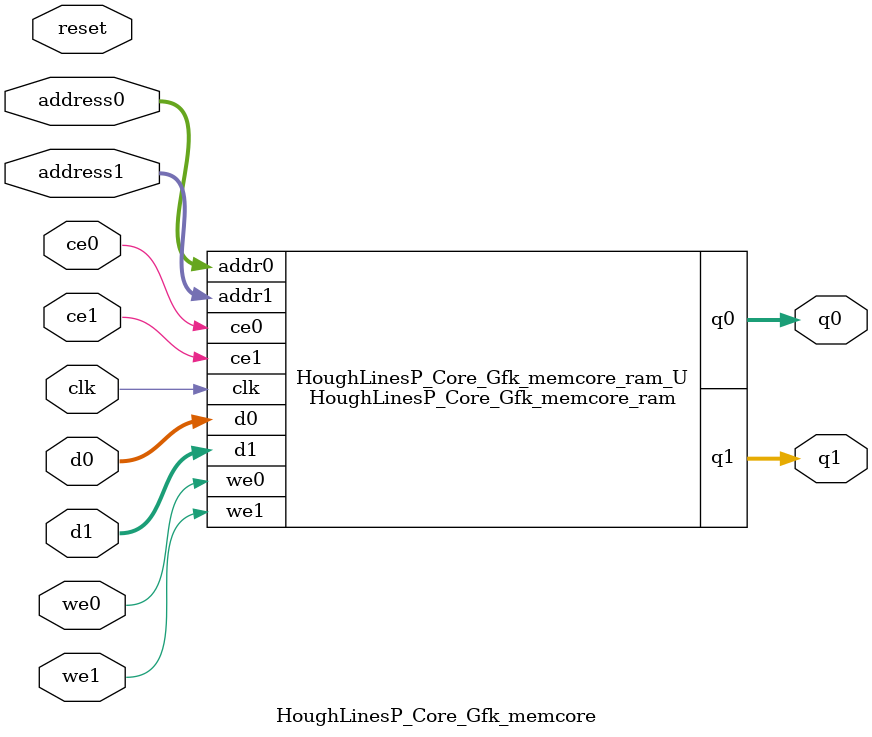
<source format=v>

`timescale 1 ns / 1 ps
module HoughLinesP_Core_Gfk_memcore_ram (addr0, ce0, d0, we0, q0, addr1, ce1, d1, we1, q1,  clk);

parameter DWIDTH = 8;
parameter AWIDTH = 18;
parameter MEM_SIZE = 153600;

input[AWIDTH-1:0] addr0;
input ce0;
input[DWIDTH-1:0] d0;
input we0;
output reg[DWIDTH-1:0] q0;
input[AWIDTH-1:0] addr1;
input ce1;
input[DWIDTH-1:0] d1;
input we1;
output reg[DWIDTH-1:0] q1;
input clk;

(* ram_style = "block" *)reg [DWIDTH-1:0] ram[0:MEM_SIZE-1];




always @(posedge clk)  
begin 
    if (ce0) 
    begin
        if (we0) 
        begin 
            ram[addr0] <= d0; 
            q0 <= d0;
        end 
        else 
            q0 <= ram[addr0];
    end
end


always @(posedge clk)  
begin 
    if (ce1) 
    begin
        if (we1) 
        begin 
            ram[addr1] <= d1; 
            q1 <= d1;
        end 
        else 
            q1 <= ram[addr1];
    end
end


endmodule


`timescale 1 ns / 1 ps
module HoughLinesP_Core_Gfk_memcore(
    reset,
    clk,
    address0,
    ce0,
    we0,
    d0,
    q0,
    address1,
    ce1,
    we1,
    d1,
    q1);

parameter DataWidth = 32'd8;
parameter AddressRange = 32'd153600;
parameter AddressWidth = 32'd18;
input reset;
input clk;
input[AddressWidth - 1:0] address0;
input ce0;
input we0;
input[DataWidth - 1:0] d0;
output[DataWidth - 1:0] q0;
input[AddressWidth - 1:0] address1;
input ce1;
input we1;
input[DataWidth - 1:0] d1;
output[DataWidth - 1:0] q1;



HoughLinesP_Core_Gfk_memcore_ram HoughLinesP_Core_Gfk_memcore_ram_U(
    .clk( clk ),
    .addr0( address0 ),
    .ce0( ce0 ),
    .we0( we0 ),
    .d0( d0 ),
    .q0( q0 ),
    .addr1( address1 ),
    .ce1( ce1 ),
    .we1( we1 ),
    .d1( d1 ),
    .q1( q1 ));

endmodule


</source>
